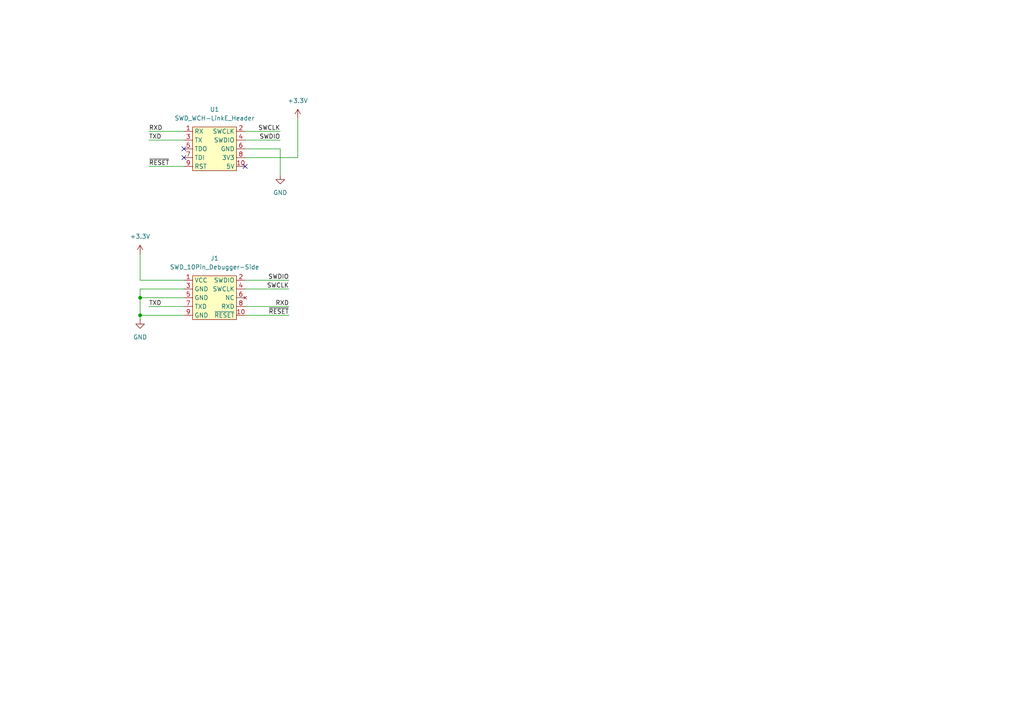
<source format=kicad_sch>
(kicad_sch (version 20230121) (generator eeschema)
  (paper "A4")
  (title_block (title "WCH-LinkE SWD Adapter") (rev "v1.0.0"))
  (lib_symbols
    (symbol "74th_Interface:SWD_10Pin_Debugger-Side"
      (property "Reference" "J" (at 0 7.62 0))
      (property "Value" "SWD_10Pin_Debugger-Side" (at 0 5.08 0))
      (symbol "SWD_10Pin_Debugger-Side_0_1"
        (rectangle (start -6.35 3.81) (end 6.35 -8.89) (fill (type background)))
      )
      (symbol "SWD_10Pin_Debugger-Side_1_1"
        (pin power_in line (at -8.89 2.54 0) (length 2.54) (name "VCC") (number "1"))
        (pin bidirectional line (at 8.89 -7.62 180) (length 2.54) (name "~{RESET}") (number "10"))
        (pin bidirectional line (at 8.89 2.54 180) (length 2.54) (name "SWDIO") (number "2"))
        (pin power_in line (at -8.89 0 0) (length 2.54) (name "GND") (number "3"))
        (pin input line (at 8.89 0 180) (length 2.54) (name "SWCLK") (number "4"))
        (pin power_in line (at -8.89 -2.54 0) (length 2.54) (name "GND") (number "5"))
        (pin no_connect line (at 8.89 -2.54 180) (length 2.54) (name "NC") (number "6"))
        (pin output line (at -8.89 -5.08 0) (length 2.54) (name "TXD") (number "7"))
        (pin input line (at 8.89 -5.08 180) (length 2.54) (name "RXD") (number "8"))
        (pin power_in line (at -8.89 -7.62 0) (length 2.54) (name "GND") (number "9"))
      )
    )
    (symbol "74th_Interface:SWD_WCH-LinkE_Header"
      (property "Reference" "U" (at 0 10.16 0))
      (property "Value" "SWD_WCH-LinkE_Header" (at 0 7.62 0))
      (symbol "SWD_WCH-LinkE_Header_0_1"
        (rectangle (start -6.35 5.08) (end 6.35 -7.62) (fill (type background)))
      )
      (symbol "SWD_WCH-LinkE_Header_1_1"
        (pin input line (at -8.89 3.81 0) (length 2.54) (name "RX") (number "1"))
        (pin power_in line (at 8.89 -6.35 180) (length 2.54) (name "5V") (number "10"))
        (pin output line (at 8.89 3.81 180) (length 2.54) (name "SWCLK") (number "2"))
        (pin output line (at -8.89 1.27 0) (length 2.54) (name "TX") (number "3"))
        (pin bidirectional line (at 8.89 1.27 180) (length 2.54) (name "SWDIO") (number "4"))
        (pin output line (at -8.89 -1.27 0) (length 2.54) (name "TDO") (number "5"))
        (pin power_in line (at 8.89 -1.27 180) (length 2.54) (name "GND") (number "6"))
        (pin input line (at -8.89 -3.81 0) (length 2.54) (name "TDI") (number "7"))
        (pin power_in line (at 8.89 -3.81 180) (length 2.54) (name "3V3") (number "8"))
        (pin output line (at -8.89 -6.35 0) (length 2.54) (name "RST") (number "9"))
      )
    )
    (symbol "power:+3.3V" (power) (pin_names (offset 0))
      (property "Value" "+3.3V" (at 0 3.556 0))
      (symbol "+3.3V_0_1"
        (polyline (pts (xy -0.762 1.27) (xy 0 2.54)))
        (polyline (pts (xy 0 0) (xy 0 2.54)))
        (polyline (pts (xy 0 2.54) (xy 0.762 1.27)))
      )
      (symbol "+3.3V_1_1"
        (pin power_in line (at 0 0 90) (length 0) hide (name "+3.3V") (number "1"))
      )
    )
    (symbol "power:GND" (power) (pin_names (offset 0))
      (property "Value" "GND" (at 0 -3.81 0))
      (symbol "GND_0_1"
        (polyline (pts (xy 0 0) (xy 0 -1.27) (xy 1.27 -1.27) (xy 0 -2.54) (xy -1.27 -1.27) (xy 0 -1.27)))
      )
      (symbol "GND_1_1"
        (pin power_in line (at 0 0 270) (length 0) hide (name "GND") (number "1"))
      )
    )
  )
  (junction (at 40.64 91.44))
  (junction (at 40.64 86.36))
  (no_connect (at 53.34 45.72))
  (no_connect (at 53.34 43.18))
  (no_connect (at 71.12 48.26))
  (wire (pts (xy 40.64 91.44) (xy 40.64 92.71)))
  (wire (pts (xy 40.64 86.36) (xy 53.34 86.36)))
  (wire (pts (xy 71.12 81.28) (xy 83.82 81.28)))
  (wire (pts (xy 40.64 83.82) (xy 40.64 86.36)))
  (wire (pts (xy 43.18 38.1) (xy 53.34 38.1)))
  (wire (pts (xy 86.36 45.72) (xy 86.36 34.29)))
  (wire (pts (xy 40.64 81.28) (xy 40.64 73.66)))
  (wire (pts (xy 81.28 43.18) (xy 81.28 50.8)))
  (wire (pts (xy 71.12 91.44) (xy 83.82 91.44)))
  (wire (pts (xy 43.18 88.9) (xy 53.34 88.9)))
  (wire (pts (xy 43.18 40.64) (xy 53.34 40.64)))
  (wire (pts (xy 71.12 83.82) (xy 83.82 83.82)))
  (wire (pts (xy 71.12 38.1) (xy 81.28 38.1)))
  (wire (pts (xy 71.12 43.18) (xy 81.28 43.18)))
  (wire (pts (xy 53.34 81.28) (xy 40.64 81.28)))
  (wire (pts (xy 53.34 83.82) (xy 40.64 83.82)))
  (wire (pts (xy 71.12 40.64) (xy 81.28 40.64)))
  (wire (pts (xy 71.12 45.72) (xy 86.36 45.72)))
  (wire (pts (xy 43.18 48.26) (xy 53.34 48.26)))
  (wire (pts (xy 40.64 86.36) (xy 40.64 91.44)))
  (wire (pts (xy 53.34 91.44) (xy 40.64 91.44)))
  (wire (pts (xy 71.12 88.9) (xy 83.82 88.9)))
  (label "TXD" (at 43.18 40.64 0))
  (label "TXD" (at 43.18 88.9 0))
  (label "SWDIO" (at 81.28 40.64 180))
  (label "SWCLK" (at 81.28 38.1 180))
  (label "RXD" (at 43.18 38.1 0))
  (label "SWDIO" (at 83.82 81.28 180))
  (label "~{RESET}" (at 83.82 91.44 180))
  (label "SWCLK" (at 83.82 83.82 180))
  (label "~{RESET}" (at 43.18 48.26 0))
  (label "RXD" (at 83.82 88.9 180))
  (symbol (lib_id "power:GND") (at 81.28 50.8 0) (unit 1)
    (property "Reference" "#PWR03" (effects hide))
    (property "Value" "GND" (at 81.28 55.88 0))
  )
  (symbol (lib_id "power:+3.3V") (at 40.64 73.66 0) (unit 1)
    (property "Reference" "#PWR01" (effects hide))
    (property "Value" "+3.3V" (at 40.64 68.58 0))
  )
  (symbol (lib_id "power:+3.3V") (at 86.36 34.29 0) (unit 1)
    (property "Reference" "#PWR02" (effects hide))
    (property "Value" "+3.3V" (at 86.36 29.21 0))
  )
  (symbol (lib_id "power:GND") (at 40.64 92.71 0) (unit 1)
    (property "Reference" "#PWR04" (effects hide))
    (property "Value" "GND" (at 40.64 97.79 0))
  )
  (symbol (lib_id "74th_Interface:SWD_WCH-LinkE_Header") (at 62.23 41.91 0) (unit 1)
    (property "Reference" "U1" (at 62.23 31.75 0))
    (property "Value" "SWD_WCH-LinkE_Header" (at 62.23 34.29 0))
    (property "Footprint" "74th:PinOut_Side_2x5P_Left_Reverse" (effects hide))
  )
  (symbol (lib_id "74th_Interface:SWD_10Pin_Debugger-Side") (at 62.23 83.82 0) (unit 1)
    (property "Reference" "J1" (at 62.23 74.93 0))
    (property "Value" "SWD_10Pin_Debugger-Side" (at 62.23 77.47 0))
    (property "Footprint" "74th:Connector_BoxPinHeader_2x05_P1.27mm" (effects hide))
  )
)
</source>
